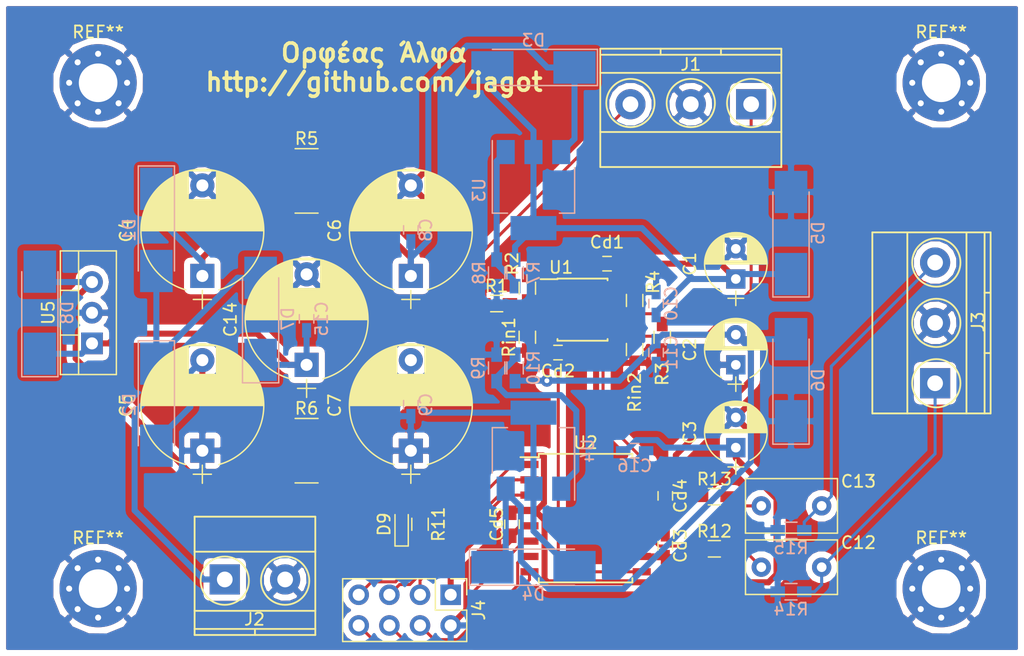
<source format=kicad_pcb>
(kicad_pcb (version 20170123) (host pcbnew "(2017-08-12 revision 0e41632)-master")
  (title_block (title "Ορφέας Άλφα") (date 2017-09-16) (rev 1))
  (layers (0 F.Cu signal) (31 B.Cu signal) (34 B.Paste user) (35 F.Paste user) (36 B.SilkS user) (37 F.SilkS user) (38 B.Mask user) (39 F.Mask user) (44 Edge.Cuts user))
  (net 0 "")
  (net 1 V+)
  (net 2 GNDA)
  (net 3 V-)
  (net 4 VD)
  (net 5 "Net-(C4-Pad1)")
  (net 6 "Net-(C5-Pad2)")
  (net 7 "Net-(C6-Pad1)")
  (net 8 "Net-(C7-Pad2)")
  (net 9 "Net-(C12-Pad2)")
  (net 10 Va_out)
  (net 11 Vb_out)
  (net 12 "Net-(C13-Pad2)")
  (net 13 "Net-(C14-Pad1)")
  (net 14 Vac1)
  (net 15 Vb_in)
  (net 16 Va_in)
  (net 17 Mute)
  (net 18 Zcen)
  (net 19 SDO)
  (net 20 CS)
  (net 21 CLK)
  (net 22 SDI)
  (net 23 "Net-(R1-Pad2)")
  (net 24 Va_buf)
  (net 25 "Net-(R3-Pad2)")
  (net 26 Vb_buf)
  (net 27 "Net-(R7-Pad2)")
  (net 28 "Net-(R10-Pad1)")
  (net 29 "Net-(R12-Pad1)")
  (net 30 "Net-(R13-Pad1)")
  (net 31 "Net-(D9-Pad2)")
  (module Mounting_Holes:MountingHole_3.2mm_M3_Pad_Via (layer F.Cu) (at 161.29 127)
    (fp_text reference REF** (at 0 -4.2) (layer F.SilkS))
    (fp_text value MountingHole_3.2mm_M3_Pad_Via)
    (pad "" thru_hole circle (at 1.697056 -1.697056) (size 0.6 0.6) (drill 0.5) (layers *.Cu *.Mask))
    (pad "" thru_hole circle (at 0 -2.4) (size 0.6 0.6) (drill 0.5) (layers *.Cu *.Mask))
    (pad "" thru_hole circle (at -1.697056 -1.697056) (size 0.6 0.6) (drill 0.5) (layers *.Cu *.Mask))
    (pad "" thru_hole circle (at -2.4 0) (size 0.6 0.6) (drill 0.5) (layers *.Cu *.Mask))
    (pad "" thru_hole circle (at -1.697056 1.697056) (size 0.6 0.6) (drill 0.5) (layers *.Cu *.Mask))
    (pad "" thru_hole circle (at 0 2.4) (size 0.6 0.6) (drill 0.5) (layers *.Cu *.Mask))
    (pad "" thru_hole circle (at 1.697056 1.697056) (size 0.6 0.6) (drill 0.5) (layers *.Cu *.Mask))
    (pad "" thru_hole circle (at 2.4 0) (size 0.6 0.6) (drill 0.5) (layers *.Cu *.Mask))
    (pad 4 thru_hole circle (at 0 0) (size 6.4 6.4) (drill 3.2) (layers *.Cu *.Mask) (net 2 GNDA))
  )
  (module Mounting_Holes:MountingHole_3.2mm_M3_Pad_Via (layer F.Cu) (at 161.29 85.09)
    (fp_text reference REF** (at 0 -4.2) (layer F.SilkS))
    (fp_text value MountingHole_3.2mm_M3_Pad_Via)
    (pad 2 thru_hole circle (at 0 0) (size 6.4 6.4) (drill 3.2) (layers *.Cu *.Mask) (net 2 GNDA))
    (pad "" thru_hole circle (at 2.4 0) (size 0.6 0.6) (drill 0.5) (layers *.Cu *.Mask))
    (pad "" thru_hole circle (at 1.697056 1.697056) (size 0.6 0.6) (drill 0.5) (layers *.Cu *.Mask))
    (pad "" thru_hole circle (at 0 2.4) (size 0.6 0.6) (drill 0.5) (layers *.Cu *.Mask))
    (pad "" thru_hole circle (at -1.697056 1.697056) (size 0.6 0.6) (drill 0.5) (layers *.Cu *.Mask))
    (pad "" thru_hole circle (at -2.4 0) (size 0.6 0.6) (drill 0.5) (layers *.Cu *.Mask))
    (pad "" thru_hole circle (at -1.697056 -1.697056) (size 0.6 0.6) (drill 0.5) (layers *.Cu *.Mask))
    (pad "" thru_hole circle (at 0 -2.4) (size 0.6 0.6) (drill 0.5) (layers *.Cu *.Mask))
    (pad "" thru_hole circle (at 1.697056 -1.697056) (size 0.6 0.6) (drill 0.5) (layers *.Cu *.Mask))
  )
  (module Mounting_Holes:MountingHole_3.2mm_M3_Pad_Via (layer F.Cu) (at 91.44 85.09)
    (fp_text reference REF** (at 0 -4.2) (layer F.SilkS))
    (fp_text value MountingHole_3.2mm_M3_Pad_Via)
    (pad "" thru_hole circle (at 1.697056 -1.697056) (size 0.6 0.6) (drill 0.5) (layers *.Cu *.Mask))
    (pad "" thru_hole circle (at 0 -2.4) (size 0.6 0.6) (drill 0.5) (layers *.Cu *.Mask))
    (pad "" thru_hole circle (at -1.697056 -1.697056) (size 0.6 0.6) (drill 0.5) (layers *.Cu *.Mask))
    (pad "" thru_hole circle (at -2.4 0) (size 0.6 0.6) (drill 0.5) (layers *.Cu *.Mask))
    (pad "" thru_hole circle (at -1.697056 1.697056) (size 0.6 0.6) (drill 0.5) (layers *.Cu *.Mask))
    (pad "" thru_hole circle (at 0 2.4) (size 0.6 0.6) (drill 0.5) (layers *.Cu *.Mask))
    (pad "" thru_hole circle (at 1.697056 1.697056) (size 0.6 0.6) (drill 0.5) (layers *.Cu *.Mask))
    (pad "" thru_hole circle (at 2.4 0) (size 0.6 0.6) (drill 0.5) (layers *.Cu *.Mask))
    (pad 1 thru_hole circle (at 0 0) (size 6.4 6.4) (drill 3.2) (layers *.Cu *.Mask) (net 2 GNDA))
  )
  (module Mounting_Holes:MountingHole_3.2mm_M3_Pad_Via (layer F.Cu) (at 91.44 127)
    (fp_text reference REF** (at 0 -4.2) (layer F.SilkS))
    (fp_text value MountingHole_3.2mm_M3_Pad_Via)
    (pad 3 thru_hole circle (at 0 0) (size 6.4 6.4) (drill 3.2) (layers *.Cu *.Mask) (net 2 GNDA))
    (pad "" thru_hole circle (at 2.4 0) (size 0.6 0.6) (drill 0.5) (layers *.Cu *.Mask))
    (pad "" thru_hole circle (at 1.697056 1.697056) (size 0.6 0.6) (drill 0.5) (layers *.Cu *.Mask))
    (pad "" thru_hole circle (at 0 2.4) (size 0.6 0.6) (drill 0.5) (layers *.Cu *.Mask))
    (pad "" thru_hole circle (at -1.697056 1.697056) (size 0.6 0.6) (drill 0.5) (layers *.Cu *.Mask))
    (pad "" thru_hole circle (at -2.4 0) (size 0.6 0.6) (drill 0.5) (layers *.Cu *.Mask))
    (pad "" thru_hole circle (at -1.697056 -1.697056) (size 0.6 0.6) (drill 0.5) (layers *.Cu *.Mask))
    (pad "" thru_hole circle (at 0 -2.4) (size 0.6 0.6) (drill 0.5) (layers *.Cu *.Mask))
    (pad "" thru_hole circle (at 1.697056 -1.697056) (size 0.6 0.6) (drill 0.5) (layers *.Cu *.Mask))
  )
  (module Capacitors_THT:CP_Radial_D5.0mm_P2.50mm (layer F.Cu) (at 144.272 101.346 90)
    (fp_text reference C1 (at 1.25 -3.81 90) (layer F.SilkS))
    (fp_text value 100u)
    (pad 1 thru_hole rect (at 0 0 90) (size 1.6 1.6) (drill 0.8) (layers *.Cu *.Mask) (net 1 V+))
    (pad 2 thru_hole circle (at 2.5 0 90) (size 1.6 1.6) (drill 0.8) (layers *.Cu *.Mask) (net 2 GNDA))
  )
  (module Capacitors_THT:CP_Radial_D5.0mm_P2.50mm (layer F.Cu) (at 144.272 108.458 90)
    (fp_text reference C2 (at 1.25 -3.81 90) (layer F.SilkS))
    (fp_text value 100u)
    (pad 2 thru_hole circle (at 2.5 0 90) (size 1.6 1.6) (drill 0.8) (layers *.Cu *.Mask) (net 3 V-))
    (pad 1 thru_hole rect (at 0 0 90) (size 1.6 1.6) (drill 0.8) (layers *.Cu *.Mask) (net 2 GNDA))
  )
  (module Capacitors_THT:CP_Radial_D5.0mm_P2.50mm (layer F.Cu) (at 144.272 115.316 90)
    (fp_text reference C3 (at 1.25 -3.81 90) (layer F.SilkS))
    (fp_text value 100u)
    (pad 2 thru_hole circle (at 2.5 0 90) (size 1.6 1.6) (drill 0.8) (layers *.Cu *.Mask) (net 2 GNDA))
    (pad 1 thru_hole rect (at 0 0 90) (size 1.6 1.6) (drill 0.8) (layers *.Cu *.Mask) (net 4 VD))
  )
  (module Capacitors_THT:CP_Radial_D10.0mm_P7.50mm (layer F.Cu) (at 100.076 101.092 90)
    (fp_text reference C4 (at 3.75 -6.31 90) (layer F.SilkS))
    (fp_text value 1m)
    (pad 2 thru_hole circle (at 7.5 0 90) (size 2 2) (drill 1) (layers *.Cu *.Mask) (net 2 GNDA))
    (pad 1 thru_hole rect (at 0 0 90) (size 2 2) (drill 1) (layers *.Cu *.Mask) (net 5 "Net-(C4-Pad1)"))
  )
  (module Capacitors_THT:CP_Radial_D10.0mm_P7.50mm (layer F.Cu) (at 100.076 115.57 90)
    (fp_text reference C5 (at 3.75 -6.31 90) (layer F.SilkS))
    (fp_text value 1m)
    (pad 2 thru_hole circle (at 7.5 0 90) (size 2 2) (drill 1) (layers *.Cu *.Mask) (net 6 "Net-(C5-Pad2)"))
    (pad 1 thru_hole rect (at 0 0 90) (size 2 2) (drill 1) (layers *.Cu *.Mask) (net 2 GNDA))
  )
  (module Capacitors_THT:CP_Radial_D10.0mm_P7.50mm (layer F.Cu) (at 117.348 101.092 90)
    (fp_text reference C6 (at 3.75 -6.31 90) (layer F.SilkS))
    (fp_text value 1m)
    (pad 1 thru_hole rect (at 0 0 90) (size 2 2) (drill 1) (layers *.Cu *.Mask) (net 7 "Net-(C6-Pad1)"))
    (pad 2 thru_hole circle (at 7.5 0 90) (size 2 2) (drill 1) (layers *.Cu *.Mask) (net 2 GNDA))
  )
  (module Capacitors_THT:CP_Radial_D10.0mm_P7.50mm (layer F.Cu) (at 117.348 115.57 90)
    (fp_text reference C7 (at 3.75 -6.31 90) (layer F.SilkS))
    (fp_text value 1m)
    (pad 1 thru_hole rect (at 0 0 90) (size 2 2) (drill 1) (layers *.Cu *.Mask) (net 2 GNDA))
    (pad 2 thru_hole circle (at 7.5 0 90) (size 2 2) (drill 1) (layers *.Cu *.Mask) (net 8 "Net-(C7-Pad2)"))
  )
  (module Capacitors_SMD:C_0603_HandSoldering (layer B.Cu) (at 117.348 97.282 90)
    (fp_text reference C8 (at 0 1.25 90) (layer B.SilkS) (effects (justify mirror)))
    (fp_text value 100n)
    (pad 2 smd rect (at 0.95 0 90) (size 1.2 0.75) (layers B.Cu B.Paste B.Mask) (net 2 GNDA))
    (pad 1 smd rect (at -0.95 0 90) (size 1.2 0.75) (layers B.Cu B.Paste B.Mask) (net 7 "Net-(C6-Pad1)"))
  )
  (module Capacitors_SMD:C_0603_HandSoldering (layer B.Cu) (at 117.348 111.76 90)
    (fp_text reference C9 (at 0 1.25 90) (layer B.SilkS) (effects (justify mirror)))
    (fp_text value 100n)
    (pad 1 smd rect (at -0.95 0 90) (size 1.2 0.75) (layers B.Cu B.Paste B.Mask) (net 2 GNDA))
    (pad 2 smd rect (at 0.95 0 90) (size 1.2 0.75) (layers B.Cu B.Paste B.Mask) (net 8 "Net-(C7-Pad2)"))
  )
  (module Capacitors_SMD:C_0603_HandSoldering (layer B.Cu) (at 137.668 103.378 90)
    (fp_text reference C10 (at 0 1.25 90) (layer B.SilkS) (effects (justify mirror)))
    (fp_text value 10u)
    (pad 2 smd rect (at 0.95 0 90) (size 1.2 0.75) (layers B.Cu B.Paste B.Mask) (net 2 GNDA))
    (pad 1 smd rect (at -0.95 0 90) (size 1.2 0.75) (layers B.Cu B.Paste B.Mask) (net 1 V+))
  )
  (module Capacitors_SMD:C_0603_HandSoldering (layer B.Cu) (at 137.668 107.442 90)
    (fp_text reference C11 (at 0 1.25 90) (layer B.SilkS) (effects (justify mirror)))
    (fp_text value 10u)
    (pad 1 smd rect (at -0.95 0 90) (size 1.2 0.75) (layers B.Cu B.Paste B.Mask) (net 2 GNDA))
    (pad 2 smd rect (at 0.95 0 90) (size 1.2 0.75) (layers B.Cu B.Paste B.Mask) (net 3 V-))
  )
  (module Capacitors_THT:C_Disc_D7.5mm_W4.4mm_P5.00mm (layer F.Cu) (at 151.384 125.222 180)
    (fp_text reference C12 (at -3.048 2.032 180) (layer F.SilkS))
    (fp_text value 2.2u)
    (pad 2 thru_hole circle (at 5 0 180) (size 1.6 1.6) (drill 0.8) (layers *.Cu *.Mask) (net 9 "Net-(C12-Pad2)"))
    (pad 1 thru_hole circle (at 0 0 180) (size 1.6 1.6) (drill 0.8) (layers *.Cu *.Mask) (net 10 Va_out))
  )
  (module Capacitors_THT:C_Disc_D7.5mm_W4.4mm_P5.00mm (layer F.Cu) (at 151.384 120.142 180)
    (fp_text reference C13 (at -3.048 2.032 180) (layer F.SilkS))
    (fp_text value 2.2u)
    (pad 1 thru_hole circle (at 0 0 180) (size 1.6 1.6) (drill 0.8) (layers *.Cu *.Mask) (net 11 Vb_out))
    (pad 2 thru_hole circle (at 5 0 180) (size 1.6 1.6) (drill 0.8) (layers *.Cu *.Mask) (net 12 "Net-(C13-Pad2)"))
  )
  (module Capacitors_THT:CP_Radial_D10.0mm_P7.50mm (layer F.Cu) (at 108.712 108.458 90)
    (fp_text reference C14 (at 3.75 -6.31 90) (layer F.SilkS))
    (fp_text value 470u)
    (pad 2 thru_hole circle (at 7.5 0 90) (size 2 2) (drill 1) (layers *.Cu *.Mask) (net 2 GNDA))
    (pad 1 thru_hole rect (at 0 0 90) (size 2 2) (drill 1) (layers *.Cu *.Mask) (net 13 "Net-(C14-Pad1)"))
  )
  (module Capacitors_SMD:C_0603_HandSoldering (layer B.Cu) (at 108.712 104.648 90)
    (fp_text reference C15 (at 0 1.25 90) (layer B.SilkS) (effects (justify mirror)))
    (fp_text value 100n)
    (pad 2 smd rect (at 0.95 0 90) (size 1.2 0.75) (layers B.Cu B.Paste B.Mask) (net 2 GNDA))
    (pad 1 smd rect (at -0.95 0 90) (size 1.2 0.75) (layers B.Cu B.Paste B.Mask) (net 13 "Net-(C14-Pad1)"))
  )
  (module Capacitors_SMD:C_0603_HandSoldering (layer B.Cu) (at 135.89 115.57)
    (fp_text reference C16 (at 0 1.25) (layer B.SilkS) (effects (justify mirror)))
    (fp_text value 100n)
    (pad 1 smd rect (at -0.95 0) (size 1.2 0.75) (layers B.Cu B.Paste B.Mask) (net 4 VD))
    (pad 2 smd rect (at 0.95 0) (size 1.2 0.75) (layers B.Cu B.Paste B.Mask) (net 2 GNDA))
  )
  (module Capacitors_SMD:C_0603_HandSoldering (layer F.Cu) (at 133.604 100.076 180)
    (fp_text reference Cd1 (at 0 1.778 180) (layer F.SilkS))
    (fp_text value 10n)
    (pad 2 smd rect (at 0.95 0 180) (size 1.2 0.75) (layers F.Cu F.Paste F.Mask) (net 2 GNDA))
    (pad 1 smd rect (at -0.95 0 180) (size 1.2 0.75) (layers F.Cu F.Paste F.Mask) (net 1 V+))
  )
  (module Capacitors_SMD:C_0603_HandSoldering (layer F.Cu) (at 129.54 107.442 180)
    (fp_text reference Cd2 (at 0 -1.524 180) (layer F.SilkS))
    (fp_text value 10n)
    (pad 1 smd rect (at -0.95 0 180) (size 1.2 0.75) (layers F.Cu F.Paste F.Mask) (net 2 GNDA))
    (pad 2 smd rect (at 0.95 0 180) (size 1.2 0.75) (layers F.Cu F.Paste F.Mask) (net 3 V-))
  )
  (module Capacitors_SMD:C_0603_HandSoldering (layer F.Cu) (at 138.43 123.444 270)
    (fp_text reference Cd3 (at 0 -1.25 270) (layer F.SilkS))
    (fp_text value 10n)
    (pad 2 smd rect (at 0.95 0 270) (size 1.2 0.75) (layers F.Cu F.Paste F.Mask) (net 2 GNDA))
    (pad 1 smd rect (at -0.95 0 270) (size 1.2 0.75) (layers F.Cu F.Paste F.Mask) (net 1 V+))
  )
  (module Capacitors_SMD:C_0603_HandSoldering (layer F.Cu) (at 138.43 119.314 270)
    (fp_text reference Cd4 (at 0 -1.25 270) (layer F.SilkS))
    (fp_text value 10n)
    (pad 1 smd rect (at -0.95 0 270) (size 1.2 0.75) (layers F.Cu F.Paste F.Mask) (net 2 GNDA))
    (pad 2 smd rect (at 0.95 0 270) (size 1.2 0.75) (layers F.Cu F.Paste F.Mask) (net 3 V-))
  )
  (module Capacitors_SMD:C_0603_HandSoldering (layer F.Cu) (at 125.73 121.666 270)
    (fp_text reference Cd5 (at 0 1.27 270) (layer F.SilkS))
    (fp_text value 10n)
    (pad 2 smd rect (at 0.95 0 270) (size 1.2 0.75) (layers F.Cu F.Paste F.Mask) (net 2 GNDA))
    (pad 1 smd rect (at -0.95 0 270) (size 1.2 0.75) (layers F.Cu F.Paste F.Mask) (net 4 VD))
  )
  (module Diodes_SMD:D_MELF_Handsoldering (layer B.Cu) (at 96.266 97.282 270)
    (fp_text reference D1 (at 0 2.25 270) (layer B.SilkS) (effects (justify mirror)))
    (fp_text value LL4004G)
    (pad 2 smd rect (at 3.4 0 270) (size 3.5 2.7) (layers B.Cu B.Paste B.Mask) (net 14 Vac1))
    (pad 1 smd rect (at -3.4 0 270) (size 3.5 2.7) (layers B.Cu B.Paste B.Mask) (net 5 "Net-(C4-Pad1)"))
  )
  (module Diodes_SMD:D_MELF_Handsoldering (layer B.Cu) (at 96.266 111.76 270)
    (fp_text reference D2 (at 0 2.25 270) (layer B.SilkS) (effects (justify mirror)))
    (fp_text value LL4004G)
    (pad 2 smd rect (at 3.4 0 270) (size 3.5 2.7) (layers B.Cu B.Paste B.Mask) (net 6 "Net-(C5-Pad2)"))
    (pad 1 smd rect (at -3.4 0 270) (size 3.5 2.7) (layers B.Cu B.Paste B.Mask) (net 14 Vac1))
  )
  (module Diodes_SMD:D_MELF_Handsoldering (layer B.Cu) (at 127.508 83.82 180)
    (fp_text reference D3 (at 0 2.25 180) (layer B.SilkS) (effects (justify mirror)))
    (fp_text value LL4004G)
    (pad 1 smd rect (at -3.4 0 180) (size 3.5 2.7) (layers B.Cu B.Paste B.Mask) (net 7 "Net-(C6-Pad1)"))
    (pad 2 smd rect (at 3.4 0 180) (size 3.5 2.7) (layers B.Cu B.Paste B.Mask) (net 1 V+))
  )
  (module Diodes_SMD:D_MELF_Handsoldering (layer B.Cu) (at 127.508 125.222)
    (fp_text reference D4 (at 0 2.25) (layer B.SilkS) (effects (justify mirror)))
    (fp_text value LL4004G)
    (pad 1 smd rect (at -3.4 0) (size 3.5 2.7) (layers B.Cu B.Paste B.Mask) (net 3 V-))
    (pad 2 smd rect (at 3.4 0) (size 3.5 2.7) (layers B.Cu B.Paste B.Mask) (net 8 "Net-(C7-Pad2)"))
  )
  (module Diodes_SMD:D_MELF_Handsoldering (layer B.Cu) (at 148.844 97.536 90)
    (fp_text reference D5 (at 0 2.25 90) (layer B.SilkS) (effects (justify mirror)))
    (fp_text value LL4004G)
    (pad 1 smd rect (at -3.4 0 90) (size 3.5 2.7) (layers B.Cu B.Paste B.Mask) (net 1 V+))
    (pad 2 smd rect (at 3.4 0 90) (size 3.5 2.7) (layers B.Cu B.Paste B.Mask) (net 2 GNDA))
  )
  (module Diodes_SMD:D_MELF_Handsoldering (layer B.Cu) (at 148.844 109.728 90)
    (fp_text reference D6 (at 0 2.25 90) (layer B.SilkS) (effects (justify mirror)))
    (fp_text value LL4004G)
    (pad 2 smd rect (at 3.4 0 90) (size 3.5 2.7) (layers B.Cu B.Paste B.Mask) (net 3 V-))
    (pad 1 smd rect (at -3.4 0 90) (size 3.5 2.7) (layers B.Cu B.Paste B.Mask) (net 2 GNDA))
  )
  (module Diodes_SMD:D_MELF_Handsoldering (layer B.Cu) (at 104.902 104.648 90)
    (fp_text reference D7 (at 0 2.25 90) (layer B.SilkS) (effects (justify mirror)))
    (fp_text value LL4004G)
    (pad 2 smd rect (at 3.4 0 90) (size 3.5 2.7) (layers B.Cu B.Paste B.Mask) (net 14 Vac1))
    (pad 1 smd rect (at -3.4 0 90) (size 3.5 2.7) (layers B.Cu B.Paste B.Mask) (net 13 "Net-(C14-Pad1)"))
  )
  (module Diodes_SMD:D_MELF_Handsoldering (layer B.Cu) (at 86.614 104.14 90)
    (fp_text reference D8 (at 0 2.25 90) (layer B.SilkS) (effects (justify mirror)))
    (fp_text value LL4004G)
    (pad 1 smd rect (at -3.4 0 90) (size 3.5 2.7) (layers B.Cu B.Paste B.Mask) (net 13 "Net-(C14-Pad1)"))
    (pad 2 smd rect (at 3.4 0 90) (size 3.5 2.7) (layers B.Cu B.Paste B.Mask) (net 4 VD))
  )
  (module LEDs:LED_0603_HandSoldering (layer F.Cu) (at 116.586 121.666 90)
    (fp_text reference D9 (at 0 -1.45 90) (layer F.SilkS))
    (fp_text value LED)
    (pad 2 smd rect (at 1.1 0 90) (size 1.2 0.9) (layers F.Cu F.Paste F.Mask) (net 31 "Net-(D9-Pad2)"))
    (pad 1 smd rect (at -1.1 0 90) (size 1.2 0.9) (layers F.Cu F.Paste F.Mask) (net 2 GNDA))
  )
  (module Connectors_Terminal_Blocks:TerminalBlock_Pheonix_MKDS1.5-3pol (layer F.Cu) (at 145.542 86.868 180)
    (fp_text reference J1 (at 5 3.302 180) (layer F.SilkS))
    (fp_text value "Signal in")
    (pad 3 thru_hole circle (at 10 0 180) (size 2.5 2.5) (drill 1.3) (layers *.Cu *.Mask) (net 16 Va_in))
    (pad 1 thru_hole rect (at 0 0 180) (size 2.5 2.5) (drill 1.3) (layers *.Cu *.Mask) (net 15 Vb_in))
    (pad 2 thru_hole circle (at 5 0 180) (size 2.5 2.5) (drill 1.3) (layers *.Cu *.Mask) (net 2 GNDA))
  )
  (module Connectors_Terminal_Blocks:TerminalBlock_Pheonix_MKDS1.5-2pol (layer F.Cu) (at 101.934 126.238)
    (fp_text reference J2 (at 2.46 3.302) (layer F.SilkS))
    (fp_text value "AC in")
    (pad 2 thru_hole circle (at 5 0) (size 2.5 2.5) (drill 1.3) (layers *.Cu *.Mask) (net 2 GNDA))
    (pad 1 thru_hole rect (at 0 0) (size 2.5 2.5) (drill 1.3) (layers *.Cu *.Mask) (net 14 Vac1))
  )
  (module Connectors_Terminal_Blocks:TerminalBlock_Pheonix_MKDS1.5-3pol (layer F.Cu) (at 160.782 109.982 90)
    (fp_text reference J3 (at 5.08 3.556 90) (layer F.SilkS))
    (fp_text value "Signal out")
    (pad 2 thru_hole circle (at 5 0 90) (size 2.5 2.5) (drill 1.3) (layers *.Cu *.Mask) (net 2 GNDA))
    (pad 1 thru_hole rect (at 0 0 90) (size 2.5 2.5) (drill 1.3) (layers *.Cu *.Mask) (net 10 Va_out))
    (pad 3 thru_hole circle (at 10 0 90) (size 2.5 2.5) (drill 1.3) (layers *.Cu *.Mask) (net 11 Vb_out))
  )
  (module Resistors_SMD:R_0603_HandSoldering (layer F.Cu) (at 124.46 103.378)
    (fp_text reference R1 (at 0 -1.45) (layer F.SilkS))
    (fp_text value 1k)
    (pad 2 smd rect (at 1.1 0) (size 1.2 0.9) (layers F.Cu F.Paste F.Mask) (net 23 "Net-(R1-Pad2)"))
    (pad 1 smd rect (at -1.1 0) (size 1.2 0.9) (layers F.Cu F.Paste F.Mask) (net 2 GNDA))
  )
  (module Resistors_SMD:R_0603_HandSoldering (layer F.Cu) (at 127 102.108 90)
    (fp_text reference R2 (at 2.032 -1.27 90) (layer F.SilkS))
    (fp_text value 1k)
    (pad 1 smd rect (at -1.1 0 90) (size 1.2 0.9) (layers F.Cu F.Paste F.Mask) (net 23 "Net-(R1-Pad2)"))
    (pad 2 smd rect (at 1.1 0 90) (size 1.2 0.9) (layers F.Cu F.Paste F.Mask) (net 24 Va_buf))
  )
  (module Resistors_SMD:R_0603_HandSoldering (layer F.Cu) (at 138.176 106.172 90)
    (fp_text reference R3 (at -3.048 0 90) (layer F.SilkS))
    (fp_text value 1k)
    (pad 2 smd rect (at 1.1 0 90) (size 1.2 0.9) (layers F.Cu F.Paste F.Mask) (net 25 "Net-(R3-Pad2)"))
    (pad 1 smd rect (at -1.1 0 90) (size 1.2 0.9) (layers F.Cu F.Paste F.Mask) (net 2 GNDA))
  )
  (module Resistors_SMD:R_0603_HandSoldering (layer F.Cu) (at 135.89 103.124 90)
    (fp_text reference R4 (at 1.524 1.524 90) (layer F.SilkS))
    (fp_text value 1k)
    (pad 1 smd rect (at -1.1 0 90) (size 1.2 0.9) (layers F.Cu F.Paste F.Mask) (net 25 "Net-(R3-Pad2)"))
    (pad 2 smd rect (at 1.1 0 90) (size 1.2 0.9) (layers F.Cu F.Paste F.Mask) (net 26 Vb_buf))
  )
  (module Resistors_SMD:R_0603_HandSoldering (layer B.Cu) (at 125.984 100.838 270)
    (fp_text reference R7 (at 0 -1.524 270) (layer B.SilkS) (effects (justify mirror)))
    (fp_text value 910)
    (pad 2 smd rect (at 1.1 0 270) (size 1.2 0.9) (layers B.Cu B.Paste B.Mask) (net 27 "Net-(R7-Pad2)"))
    (pad 1 smd rect (at -1.1 0 270) (size 1.2 0.9) (layers B.Cu B.Paste B.Mask) (net 1 V+))
  )
  (module Resistors_SMD:R_0603_HandSoldering (layer B.Cu) (at 124.46 100.838 270)
    (fp_text reference R8 (at 0 1.45 270) (layer B.SilkS) (effects (justify mirror)))
    (fp_text value 2k7)
    (pad 2 smd rect (at 1.1 0 270) (size 1.2 0.9) (layers B.Cu B.Paste B.Mask) (net 2 GNDA))
    (pad 1 smd rect (at -1.1 0 270) (size 1.2 0.9) (layers B.Cu B.Paste B.Mask) (net 27 "Net-(R7-Pad2)"))
  )
  (module Resistors_SMD:R_0603_HandSoldering (layer B.Cu) (at 124.46 108.712 270)
    (fp_text reference R9 (at 0 1.524 270) (layer B.SilkS) (effects (justify mirror)))
    (fp_text value 2k7)
    (pad 2 smd rect (at 1.1 0 270) (size 1.2 0.9) (layers B.Cu B.Paste B.Mask) (net 28 "Net-(R10-Pad1)"))
    (pad 1 smd rect (at -1.1 0 270) (size 1.2 0.9) (layers B.Cu B.Paste B.Mask) (net 2 GNDA))
  )
  (module Resistors_SMD:R_0603_HandSoldering (layer B.Cu) (at 125.984 108.712 270)
    (fp_text reference R10 (at 0 -1.524 270) (layer B.SilkS) (effects (justify mirror)))
    (fp_text value 910)
    (pad 1 smd rect (at -1.1 0 270) (size 1.2 0.9) (layers B.Cu B.Paste B.Mask) (net 28 "Net-(R10-Pad1)"))
    (pad 2 smd rect (at 1.1 0 270) (size 1.2 0.9) (layers B.Cu B.Paste B.Mask) (net 3 V-))
  )
  (module Resistors_SMD:R_0603_HandSoldering (layer F.Cu) (at 118.11 121.666 90)
    (fp_text reference R11 (at 0 1.524 90) (layer F.SilkS))
    (fp_text value 100)
    (pad 1 smd rect (at -1.1 0 90) (size 1.2 0.9) (layers F.Cu F.Paste F.Mask) (net 4 VD))
    (pad 2 smd rect (at 1.1 0 90) (size 1.2 0.9) (layers F.Cu F.Paste F.Mask) (net 31 "Net-(D9-Pad2)"))
  )
  (module Resistors_SMD:R_0603_HandSoldering (layer F.Cu) (at 142.494 123.698)
    (fp_text reference R12 (at 0 -1.45) (layer F.SilkS))
    (fp_text value 300)
    (pad 2 smd rect (at 1.1 0) (size 1.2 0.9) (layers F.Cu F.Paste F.Mask) (net 9 "Net-(C12-Pad2)"))
    (pad 1 smd rect (at -1.1 0) (size 1.2 0.9) (layers F.Cu F.Paste F.Mask) (net 29 "Net-(R12-Pad1)"))
  )
  (module Resistors_SMD:R_0603_HandSoldering (layer F.Cu) (at 142.494 119.38)
    (fp_text reference R13 (at 0 -1.45) (layer F.SilkS))
    (fp_text value 300)
    (pad 1 smd rect (at -1.1 0) (size 1.2 0.9) (layers F.Cu F.Paste F.Mask) (net 30 "Net-(R13-Pad1)"))
    (pad 2 smd rect (at 1.1 0) (size 1.2 0.9) (layers F.Cu F.Paste F.Mask) (net 12 "Net-(C13-Pad2)"))
  )
  (module Resistors_SMD:R_0603_HandSoldering (layer B.Cu) (at 148.844 127.254)
    (fp_text reference R14 (at 0 1.45) (layer B.SilkS) (effects (justify mirror)))
    (fp_text value 100k)
    (pad 2 smd rect (at 1.1 0) (size 1.2 0.9) (layers B.Cu B.Paste B.Mask) (net 10 Va_out))
    (pad 1 smd rect (at -1.1 0) (size 1.2 0.9) (layers B.Cu B.Paste B.Mask) (net 2 GNDA))
  )
  (module Resistors_SMD:R_0603_HandSoldering (layer B.Cu) (at 148.844 122.174)
    (fp_text reference R15 (at 0 1.45) (layer B.SilkS) (effects (justify mirror)))
    (fp_text value 100k)
    (pad 2 smd rect (at 1.1 0) (size 1.2 0.9) (layers B.Cu B.Paste B.Mask) (net 11 Vb_out))
    (pad 1 smd rect (at -1.1 0) (size 1.2 0.9) (layers B.Cu B.Paste B.Mask) (net 2 GNDA))
  )
  (module Resistors_SMD:R_0603_HandSoldering (layer F.Cu) (at 127 106.172 270)
    (fp_text reference Rin1 (at 0 1.524 270) (layer F.SilkS))
    (fp_text value 56k)
    (pad 1 smd rect (at -1.1 0 270) (size 1.2 0.9) (layers F.Cu F.Paste F.Mask) (net 16 Va_in))
    (pad 2 smd rect (at 1.1 0 270) (size 1.2 0.9) (layers F.Cu F.Paste F.Mask) (net 2 GNDA))
  )
  (module Resistors_SMD:R_0603_HandSoldering (layer F.Cu) (at 135.89 107.188 270)
    (fp_text reference Rin2 (at 3.556 0 270) (layer F.SilkS))
    (fp_text value 56k)
    (pad 1 smd rect (at -1.1 0 270) (size 1.2 0.9) (layers F.Cu F.Paste F.Mask) (net 15 Vb_in))
    (pad 2 smd rect (at 1.1 0 270) (size 1.2 0.9) (layers F.Cu F.Paste F.Mask) (net 2 GNDA))
  )
  (module Housings_SOIC:SOIC-8_3.9x4.9mm_Pitch1.27mm (layer F.Cu) (at 131.572 103.886)
    (fp_text reference U1 (at -1.778 -3.5) (layer F.SilkS))
    (fp_text value OPA2134)
    (pad 8 smd rect (at 2.7 -1.905) (size 1.55 0.6) (layers F.Cu F.Paste F.Mask) (net 1 V+))
    (pad 7 smd rect (at 2.7 -0.635) (size 1.55 0.6) (layers F.Cu F.Paste F.Mask) (net 26 Vb_buf))
    (pad 6 smd rect (at 2.7 0.635) (size 1.55 0.6) (layers F.Cu F.Paste F.Mask) (net 25 "Net-(R3-Pad2)"))
    (pad 5 smd rect (at 2.7 1.905) (size 1.55 0.6) (layers F.Cu F.Paste F.Mask) (net 15 Vb_in))
    (pad 4 smd rect (at -2.7 1.905) (size 1.55 0.6) (layers F.Cu F.Paste F.Mask) (net 3 V-))
    (pad 3 smd rect (at -2.7 0.635) (size 1.55 0.6) (layers F.Cu F.Paste F.Mask) (net 16 Va_in))
    (pad 2 smd rect (at -2.7 -0.635) (size 1.55 0.6) (layers F.Cu F.Paste F.Mask) (net 23 "Net-(R1-Pad2)"))
    (pad 1 smd rect (at -2.7 -1.905) (size 1.55 0.6) (layers F.Cu F.Paste F.Mask) (net 24 Va_buf))
  )
  (module Housings_SOIC:SOIC-16W_7.5x10.3mm_Pitch1.27mm (layer F.Cu) (at 131.826 121.158)
    (fp_text reference U2 (at 0 -6.25) (layer F.SilkS))
    (fp_text value PGA2311)
    (pad 16 smd rect (at 4.65 -4.445) (size 1.5 0.6) (layers F.Cu F.Paste F.Mask) (net 26 Vb_buf))
    (pad 15 smd rect (at 4.65 -3.175) (size 1.5 0.6) (layers F.Cu F.Paste F.Mask) (net 2 GNDA))
    (pad 14 smd rect (at 4.65 -1.905) (size 1.5 0.6) (layers F.Cu F.Paste F.Mask) (net 30 "Net-(R13-Pad1)"))
    (pad 13 smd rect (at 4.65 -0.635) (size 1.5 0.6) (layers F.Cu F.Paste F.Mask) (net 3 V-))
    (pad 12 smd rect (at 4.65 0.635) (size 1.5 0.6) (layers F.Cu F.Paste F.Mask) (net 1 V+))
    (pad 11 smd rect (at 4.65 1.905) (size 1.5 0.6) (layers F.Cu F.Paste F.Mask) (net 29 "Net-(R12-Pad1)"))
    (pad 10 smd rect (at 4.65 3.175) (size 1.5 0.6) (layers F.Cu F.Paste F.Mask) (net 2 GNDA))
    (pad 9 smd rect (at 4.65 4.445) (size 1.5 0.6) (layers F.Cu F.Paste F.Mask) (net 24 Va_buf))
    (pad 8 smd rect (at -4.65 4.445) (size 1.5 0.6) (layers F.Cu F.Paste F.Mask) (net 17 Mute))
    (pad 7 smd rect (at -4.65 3.175) (size 1.5 0.6) (layers F.Cu F.Paste F.Mask) (net 19 SDO))
    (pad 6 smd rect (at -4.65 1.905) (size 1.5 0.6) (layers F.Cu F.Paste F.Mask) (net 21 CLK))
    (pad 5 smd rect (at -4.65 0.635) (size 1.5 0.6) (layers F.Cu F.Paste F.Mask) (net 2 GNDA))
    (pad 4 smd rect (at -4.65 -0.635) (size 1.5 0.6) (layers F.Cu F.Paste F.Mask) (net 4 VD))
    (pad 3 smd rect (at -4.65 -1.905) (size 1.5 0.6) (layers F.Cu F.Paste F.Mask) (net 22 SDI))
    (pad 2 smd rect (at -4.65 -3.175) (size 1.5 0.6) (layers F.Cu F.Paste F.Mask) (net 20 CS))
    (pad 1 smd rect (at -4.65 -4.445) (size 1.5 0.6) (layers F.Cu F.Paste F.Mask) (net 18 Zcen))
  )
  (module TO_SOT_Packages_SMD:SOT-223-3Lead_TabPin2 (layer B.Cu) (at 127.508 93.98 270)
    (fp_text reference U3 (at 0 4.5 270) (layer B.SilkS) (effects (justify mirror)))
    (fp_text value LM317_3PinPackage)
    (pad 2 smd rect (at 3.15 0 270) (size 2 3.8) (layers B.Cu B.Paste B.Mask) (net 1 V+))
    (pad 2 smd rect (at -3.15 0 270) (size 2 1.5) (layers B.Cu B.Paste B.Mask) (net 1 V+))
    (pad 3 smd rect (at -3.15 -2.3 270) (size 2 1.5) (layers B.Cu B.Paste B.Mask) (net 7 "Net-(C6-Pad1)"))
    (pad 1 smd rect (at -3.15 2.3 270) (size 2 1.5) (layers B.Cu B.Paste B.Mask) (net 27 "Net-(R7-Pad2)"))
  )
  (module TO_SOT_Packages_SMD:SOT-223-3Lead_TabPin2 (layer B.Cu) (at 127.508 115.57 90)
    (fp_text reference U4 (at 0 4.5 90) (layer B.SilkS) (effects (justify mirror)))
    (fp_text value LM337_SOT223)
    (pad 1 smd rect (at -3.15 2.3 90) (size 2 1.5) (layers B.Cu B.Paste B.Mask) (net 28 "Net-(R10-Pad1)"))
    (pad 3 smd rect (at -3.15 -2.3 90) (size 2 1.5) (layers B.Cu B.Paste B.Mask) (net 3 V-))
    (pad 2 smd rect (at -3.15 0 90) (size 2 1.5) (layers B.Cu B.Paste B.Mask) (net 8 "Net-(C7-Pad2)"))
    (pad 2 smd rect (at 3.15 0 90) (size 2 3.8) (layers B.Cu B.Paste B.Mask) (net 8 "Net-(C7-Pad2)"))
  )
  (module TO_SOT_Packages_THT:TO-220_Vertical (layer F.Cu) (at 90.932 106.68 90)
    (fp_text reference U5 (at 2.54 -3.62 90) (layer F.SilkS))
    (fp_text value LM7805_TO220)
    (pad 3 thru_hole oval (at 5.08 0 90) (size 1.8 1.8) (drill 1) (layers *.Cu *.Mask) (net 4 VD))
    (pad 2 thru_hole oval (at 2.54 0 90) (size 1.8 1.8) (drill 1) (layers *.Cu *.Mask) (net 2 GNDA))
    (pad 1 thru_hole rect (at 0 0 90) (size 1.8 1.8) (drill 1) (layers *.Cu *.Mask) (net 13 "Net-(C14-Pad1)"))
  )
  (module Resistors_SMD:R_1218_HandSoldering (layer F.Cu) (at 108.712 93.218)
    (fp_text reference R5 (at 0 -3.5) (layer F.SilkS))
    (fp_text value 4.7)
    (pad 1 smd rect (at -1.95 0) (size 2 4.9) (layers F.Cu F.Paste F.Mask) (net 5 "Net-(C4-Pad1)"))
    (pad 2 smd rect (at 1.95 0) (size 2 4.9) (layers F.Cu F.Paste F.Mask) (net 7 "Net-(C6-Pad1)"))
  )
  (module Resistors_SMD:R_1218_HandSoldering (layer F.Cu) (at 108.712 115.57)
    (fp_text reference R6 (at 0 -3.5) (layer F.SilkS))
    (fp_text value 4.7)
    (pad 2 smd rect (at 1.95 0) (size 2 4.9) (layers F.Cu F.Paste F.Mask) (net 8 "Net-(C7-Pad2)"))
    (pad 1 smd rect (at -1.95 0) (size 2 4.9) (layers F.Cu F.Paste F.Mask) (net 6 "Net-(C5-Pad2)"))
  )
  (module Pin_Headers:Pin_Header_Straight_2x04_Pitch2.54mm (layer F.Cu) (at 120.65 127.508 270)
    (fp_text reference J4 (at 1.27 -2.33 270) (layer F.SilkS))
    (fp_text value uC)
    (pad 8 thru_hole oval (at 2.54 7.62 270) (size 1.7 1.7) (drill 1) (layers *.Cu *.Mask) (net 17 Mute))
    (pad 7 thru_hole oval (at 0 7.62 270) (size 1.7 1.7) (drill 1) (layers *.Cu *.Mask) (net 18 Zcen))
    (pad 6 thru_hole oval (at 2.54 5.08 270) (size 1.7 1.7) (drill 1) (layers *.Cu *.Mask) (net 19 SDO))
    (pad 5 thru_hole oval (at 0 5.08 270) (size 1.7 1.7) (drill 1) (layers *.Cu *.Mask) (net 20 CS))
    (pad 4 thru_hole oval (at 2.54 2.54 270) (size 1.7 1.7) (drill 1) (layers *.Cu *.Mask) (net 21 CLK))
    (pad 3 thru_hole oval (at 0 2.54 270) (size 1.7 1.7) (drill 1) (layers *.Cu *.Mask) (net 22 SDI))
    (pad 2 thru_hole oval (at 2.54 0 270) (size 1.7 1.7) (drill 1) (layers *.Cu *.Mask) (net 2 GNDA))
    (pad 1 thru_hole rect (at 0 0 270) (size 1.7 1.7) (drill 1) (layers *.Cu *.Mask) (net 4 VD))
  )
  (gr_line (start 168.148 132.588) (end 168.148 78.232) (layer Edge.Cuts) (width 0.001))
  (gr_line (start 83.312 132.588) (end 168.148 132.588) (layer Edge.Cuts) (width 0.001))
  (gr_line (start 83.312 78.232) (end 83.312 132.588) (layer Edge.Cuts) (width 0.001))
  (gr_line (start 168.148 78.232) (end 83.312 78.232) (layer Edge.Cuts) (width 0.001))
  (gr_text "Ορφέας Άλφα\nhttp://github.com/jagot" (at 114.3 83.82) (layer F.SilkS) (effects (font (size 1.5 1.5) (thickness 0.3))))
  (segment (start 138.43 122.494) (end 137.729 121.793) (width 0.5) (layer F.Cu) (net 1))
  (segment (start 137.729 121.793) (end 136.476 121.793) (width 0.5) (layer F.Cu) (net 1))
  (segment (start 134.272 101.981) (end 133.797 101.981) (width 0.5) (layer F.Cu) (net 1))
  (segment (start 133.797 101.981) (end 132.696989 103.081011) (width 0.5) (layer F.Cu) (net 1))
  (segment (start 132.696989 103.081011) (end 132.696989 119.263989) (width 0.5) (layer F.Cu) (net 1))
  (segment (start 132.696989 119.263989) (end 135.226 121.793) (width 0.5) (layer F.Cu) (net 1))
  (segment (start 135.226 121.793) (end 136.476 121.793) (width 0.5) (layer F.Cu) (net 1))
  (segment (start 125.984 99.738) (end 125.984 98.654) (width 0.5) (layer B.Cu) (net 1))
  (segment (start 125.984 98.654) (end 127.508 97.13) (width 0.5) (layer B.Cu) (net 1))
  (segment (start 138.487029 122.436971) (end 138.43 122.494) (width 0.5) (layer F.Cu) (net 1))
  (segment (start 148.844 100.936) (end 148.844 101.336) (width 0.5) (layer B.Cu) (net 1))
  (segment (start 134.554 100.076) (end 143.002 100.076) (width 0.5) (layer F.Cu) (net 1))
  (segment (start 143.002 100.076) (end 144.272 101.346) (width 0.5) (layer F.Cu) (net 1))
  (segment (start 134.272 101.981) (end 134.272 100.358) (width 0.5) (layer F.Cu) (net 1))
  (segment (start 134.272 100.358) (end 134.554 100.076) (width 0.5) (layer F.Cu) (net 1))
  (segment (start 144.272 101.346) (end 140.716 101.346) (width 0.5) (layer B.Cu) (net 1))
  (segment (start 140.716 101.346) (end 140.425 101.346) (width 0.5) (layer B.Cu) (net 1))
  (segment (start 127.508 97.13) (end 136.5 97.13) (width 0.5) (layer B.Cu) (net 1))
  (segment (start 136.5 97.13) (end 140.716 101.346) (width 0.5) (layer B.Cu) (net 1))
  (segment (start 127.508 90.83) (end 127.508 92.33) (width 0.5) (layer B.Cu) (net 1))
  (segment (start 127.508 92.33) (end 127.508 97.13) (width 0.5) (layer B.Cu) (net 1))
  (segment (start 124.108 83.82) (end 124.108 85.67) (width 0.5) (layer B.Cu) (net 1))
  (segment (start 124.108 85.67) (end 127.508 89.07) (width 0.5) (layer B.Cu) (net 1))
  (segment (start 127.508 89.07) (end 127.508 89.33) (width 0.5) (layer B.Cu) (net 1))
  (segment (start 127.508 89.33) (end 127.508 90.83) (width 0.5) (layer B.Cu) (net 1))
  (segment (start 140.425 101.346) (end 137.668 104.103) (width 0.5) (layer B.Cu) (net 1))
  (segment (start 137.668 104.103) (end 137.668 104.328) (width 0.5) (layer B.Cu) (net 1))
  (segment (start 148.844 100.936) (end 144.682 100.936) (width 0.5) (layer B.Cu) (net 1))
  (segment (start 144.682 100.936) (end 144.272 101.346) (width 0.5) (layer B.Cu) (net 1))
  (segment (start 120.65 130.048) (end 121.950001 128.747999) (width 0.5) (layer F.Cu) (net 2))
  (segment (start 121.950001 128.747999) (end 121.950001 126.620999) (width 0.5) (layer F.Cu) (net 2))
  (segment (start 121.950001 126.620999) (end 125.73 122.841) (width 0.5) (layer F.Cu) (net 2))
  (segment (start 125.73 122.841) (end 125.73 122.616) (width 0.5) (layer F.Cu) (net 2))
  (segment (start 138.43 118.364) (end 138.43 107.526) (width 0.5) (layer F.Cu) (net 2))
  (segment (start 138.43 107.526) (end 138.176 107.272) (width 0.5) (layer F.Cu) (net 2))
  (segment (start 135.965 116.445) (end 136.84 115.57) (width 0.5) (layer B.Cu) (net 2))
  (segment (start 134.029998 116.445) (end 135.965 116.445) (width 0.5) (layer B.Cu) (net 2))
  (segment (start 125.73 122.616) (end 126.553 121.793) (width 0.5) (layer F.Cu) (net 2))
  (segment (start 126.553 121.793) (end 127.176 121.793) (width 0.5) (layer F.Cu) (net 2))
  (segment (start 136.476 117.983) (end 138.049 117.983) (width 0.5) (layer F.Cu) (net 2))
  (segment (start 138.049 117.983) (end 138.43 118.364) (width 0.5) (layer F.Cu) (net 2))
  (segment (start 136.82 111.252) (end 136.67 111.252) (width 0.5) (layer B.Cu) (net 2))
  (segment (start 136.67 111.252) (end 133.889999 114.032001) (width 0.5) (layer B.Cu) (net 2))
  (segment (start 133.889999 114.032001) (end 133.889999 116.305001) (width 0.5) (layer B.Cu) (net 2))
  (segment (start 133.889999 116.305001) (end 134.029998 116.445) (width 0.5) (layer B.Cu) (net 2))
  (segment (start 136.82 111.252) (end 136.82 109.24) (width 0.5) (layer B.Cu) (net 2))
  (segment (start 136.82 109.24) (end 137.668 108.392) (width 0.5) (layer B.Cu) (net 2))
  (segment (start 144.272 105.958) (end 145.522001 107.208001) (width 0.5) (layer F.Cu) (net 3))
  (segment (start 145.522001 107.208001) (end 145.522001 109.715997) (width 0.5) (layer F.Cu) (net 3))
  (segment (start 145.522001 109.715997) (end 139.305 115.932998) (width 0.5) (layer F.Cu) (net 3))
  (segment (start 139.305 115.932998) (end 139.305 119.164) (width 0.5) (layer F.Cu) (net 3))
  (segment (start 139.305 119.164) (end 138.43 120.039) (width 0.5) (layer F.Cu) (net 3))
  (segment (start 138.43 120.039) (end 138.43 120.264) (width 0.5) (layer F.Cu) (net 3))
  (segment (start 128.619856 109.77071) (end 134.61429 109.77071) (width 0.5) (layer B.Cu) (net 3))
  (segment (start 134.61429 109.77071) (end 137.668 106.717) (width 0.5) (layer B.Cu) (net 3))
  (segment (start 137.668 106.717) (end 137.668 106.492) (width 0.5) (layer B.Cu) (net 3))
  (segment (start 128.619856 109.77071) (end 126.02529 109.77071) (width 0.5) (layer B.Cu) (net 3))
  (segment (start 126.02529 109.77071) (end 125.984 109.812) (width 0.5) (layer B.Cu) (net 3))
  (segment (start 128.59 107.442) (end 128.59 109.740854) (width 0.5) (layer F.Cu) (net 3))
  (segment (start 128.59 109.740854) (end 128.619856 109.77071) (width 0.5) (layer F.Cu) (net 3))
  (via (at 128.619856 109.77071) (size 1) (drill 0.4) (layers F.Cu B.Cu) (net 3))
  (segment (start 129.027413 105.946413) (end 128.872 105.791) (width 0.5) (layer F.Cu) (net 3))
  (segment (start 128.872 105.791) (end 128.872 107.16) (width 0.5) (layer F.Cu) (net 3))
  (segment (start 128.872 107.16) (end 128.59 107.442) (width 0.5) (layer F.Cu) (net 3))
  (segment (start 136.476 120.523) (end 138.171 120.523) (width 0.5) (layer F.Cu) (net 3))
  (segment (start 138.171 120.523) (end 138.43 120.264) (width 0.5) (layer F.Cu) (net 3))
  (segment (start 125.208 118.72) (end 125.208 118.97) (width 0.5) (layer B.Cu) (net 3))
  (segment (start 126.458 124.682002) (end 128.797999 127.022001) (width 0.5) (layer B.Cu) (net 3))
  (segment (start 125.208 118.97) (end 126.458 120.22) (width 0.5) (layer B.Cu) (net 3))
  (segment (start 126.458 120.22) (end 126.458 124.682002) (width 0.5) (layer B.Cu) (net 3))
  (segment (start 128.797999 127.022001) (end 134.976001 127.022001) (width 0.5) (layer B.Cu) (net 3))
  (segment (start 134.976001 127.022001) (end 145.522001 116.476001) (width 0.5) (layer B.Cu) (net 3))
  (segment (start 145.522001 116.476001) (end 145.522001 107.208001) (width 0.5) (layer B.Cu) (net 3))
  (segment (start 145.522001 107.208001) (end 145.071999 106.757999) (width 0.5) (layer B.Cu) (net 3))
  (segment (start 145.071999 106.757999) (end 144.272 105.958) (width 0.5) (layer B.Cu) (net 3))
  (segment (start 125.208 118.72) (end 125.208 124.122) (width 0.5) (layer B.Cu) (net 3))
  (segment (start 125.208 124.122) (end 124.108 125.222) (width 0.5) (layer B.Cu) (net 3))
  (segment (start 144.272 105.958) (end 138.202 105.958) (width 0.5) (layer B.Cu) (net 3))
  (segment (start 138.202 105.958) (end 137.668 106.492) (width 0.5) (layer B.Cu) (net 3))
  (segment (start 148.844 106.328) (end 144.642 106.328) (width 0.5) (layer B.Cu) (net 3))
  (segment (start 144.642 106.328) (end 144.272 105.958) (width 0.5) (layer B.Cu) (net 3))
  (segment (start 118.11 122.766) (end 118.11 122.616) (width 0.5) (layer F.Cu) (net 4))
  (segment (start 118.11 122.616) (end 124.763001 115.962999) (width 0.5) (layer F.Cu) (net 4))
  (segment (start 124.763001 115.962999) (end 128.286001 115.962999) (width 0.5) (layer F.Cu) (net 4))
  (segment (start 128.376001 116.052999) (end 128.376001 119.913001) (width 0.5) (layer F.Cu) (net 4))
  (segment (start 128.376001 119.913001) (end 127.766002 120.523) (width 0.5) (layer F.Cu) (net 4))
  (segment (start 128.286001 115.962999) (end 128.376001 116.052999) (width 0.5) (layer F.Cu) (net 4))
  (segment (start 127.766002 120.523) (end 127.176 120.523) (width 0.5) (layer F.Cu) (net 4))
  (segment (start 120.65 127.508) (end 120.65 124.921) (width 0.5) (layer F.Cu) (net 4))
  (segment (start 120.65 124.921) (end 124.855 120.716) (width 0.5) (layer F.Cu) (net 4))
  (segment (start 124.855 120.716) (end 125.73 120.716) (width 0.5) (layer F.Cu) (net 4))
  (segment (start 118.11 123.102002) (end 118.11 122.766) (width 0.5) (layer F.Cu) (net 4))
  (segment (start 117.396001 123.816001) (end 118.11 123.102002) (width 0.5) (layer F.Cu) (net 4))
  (segment (start 125.73 120.716) (end 125.73 120.941) (width 0.5) (layer F.Cu) (net 4))
  (segment (start 105.457999 123.816001) (end 117.396001 123.816001) (width 0.5) (layer F.Cu) (net 4))
  (segment (start 144.272 115.316) (end 144.272 116.179998) (width 0.5) (layer F.Cu) (net 4))
  (segment (start 144.272 116.179998) (end 147.645318 119.553316) (width 0.5) (layer F.Cu) (net 4))
  (segment (start 147.645318 119.553316) (end 147.645318 125.810684) (width 0.5) (layer F.Cu) (net 4))
  (segment (start 128.684999 126.472001) (end 128.426 126.213002) (width 0.5) (layer F.Cu) (net 4))
  (segment (start 147.645318 125.810684) (end 146.984001 126.472001) (width 0.5) (layer F.Cu) (net 4))
  (segment (start 146.984001 126.472001) (end 128.684999 126.472001) (width 0.5) (layer F.Cu) (net 4))
  (segment (start 144.272 115.316) (end 138.371002 115.316) (width 0.5) (layer B.Cu) (net 4))
  (segment (start 138.371002 115.316) (end 137.750002 114.695) (width 0.5) (layer B.Cu) (net 4))
  (segment (start 137.750002 114.695) (end 136.04 114.695) (width 0.5) (layer B.Cu) (net 4))
  (segment (start 135.165 115.57) (end 134.94 115.57) (width 0.5) (layer B.Cu) (net 4))
  (segment (start 136.04 114.695) (end 135.165 115.57) (width 0.5) (layer B.Cu) (net 4))
  (segment (start 90.932 101.6) (end 89.581999 102.950001) (width 0.5) (layer F.Cu) (net 4))
  (segment (start 89.581999 102.950001) (end 89.581999 107.940001) (width 0.5) (layer F.Cu) (net 4))
  (segment (start 89.581999 107.940001) (end 105.457999 123.816001) (width 0.5) (layer F.Cu) (net 4))
  (segment (start 127.176 120.523) (end 127.626 120.523) (width 0.5) (layer F.Cu) (net 4))
  (segment (start 127.626 120.523) (end 128.426 121.323) (width 0.5) (layer F.Cu) (net 4))
  (segment (start 128.426 121.323) (end 128.426 126.213002) (width 0.5) (layer F.Cu) (net 4))
  (segment (start 127.176 120.523) (end 125.923 120.523) (width 0.5) (layer F.Cu) (net 4))
  (segment (start 125.923 120.523) (end 125.73 120.716) (width 0.5) (layer F.Cu) (net 4))
  (segment (start 118.11 122.429998) (end 118.11 122.766) (width 0.5) (layer F.Cu) (net 4))
  (segment (start 90.932 101.6) (end 87.474 101.6) (width 0.5) (layer B.Cu) (net 4))
  (segment (start 87.474 101.6) (end 86.614 100.74) (width 0.5) (layer B.Cu) (net 4))
  (segment (start 100.076 101.092) (end 100.076 99.592) (width 0.5) (layer F.Cu) (net 5))
  (segment (start 100.076 99.592) (end 106.45 93.218) (width 0.5) (layer F.Cu) (net 5))
  (segment (start 106.45 93.218) (end 106.762 93.218) (width 0.5) (layer F.Cu) (net 5))
  (segment (start 96.266 93.882) (end 96.266 96.132) (width 0.5) (layer B.Cu) (net 5))
  (segment (start 96.266 96.132) (end 100.076 99.942) (width 0.5) (layer B.Cu) (net 5))
  (segment (start 100.076 99.942) (end 100.076 101.092) (width 0.5) (layer B.Cu) (net 5))
  (segment (start 106.762 115.57) (end 105.262 115.57) (width 0.5) (layer F.Cu) (net 6))
  (segment (start 105.262 115.57) (end 100.076 110.384) (width 0.5) (layer F.Cu) (net 6))
  (segment (start 100.076 110.384) (end 100.076 109.484213) (width 0.5) (layer F.Cu) (net 6))
  (segment (start 100.076 109.484213) (end 100.076 108.07) (width 0.5) (layer F.Cu) (net 6))
  (segment (start 100.076 108.07) (end 99.076001 109.069999) (width 0.5) (layer B.Cu) (net 6))
  (segment (start 99.076001 109.069999) (end 99.076001 111.949999) (width 0.5) (layer B.Cu) (net 6))
  (segment (start 99.076001 111.949999) (end 96.266 114.76) (width 0.5) (layer B.Cu) (net 6))
  (segment (start 96.266 114.76) (end 96.266 115.16) (width 0.5) (layer B.Cu) (net 6))
  (segment (start 130.908 83.82) (end 128.658 83.82) (width 0.5) (layer B.Cu) (net 7))
  (segment (start 128.658 83.82) (end 126.857999 82.019999) (width 0.5) (layer B.Cu) (net 7))
  (segment (start 117.348 99.592) (end 117.348 101.092) (width 0.5) (layer B.Cu) (net 7))
  (segment (start 126.857999 82.019999) (end 121.997999 82.019999) (width 0.5) (layer B.Cu) (net 7))
  (segment (start 121.997999 82.019999) (end 118.798001 85.219997) (width 0.5) (layer B.Cu) (net 7))
  (segment (start 118.798001 85.219997) (end 118.798001 98.141999) (width 0.5) (layer B.Cu) (net 7))
  (segment (start 118.798001 98.141999) (end 117.348 99.592) (width 0.5) (layer B.Cu) (net 7))
  (segment (start 130.908 83.82) (end 130.908 89.73) (width 0.5) (layer B.Cu) (net 7))
  (segment (start 130.908 89.73) (end 129.808 90.83) (width 0.5) (layer B.Cu) (net 7))
  (segment (start 117.348 101.092) (end 117.348 99.592) (width 0.5) (layer F.Cu) (net 7))
  (segment (start 117.348 99.592) (end 110.974 93.218) (width 0.5) (layer F.Cu) (net 7))
  (segment (start 110.974 93.218) (end 110.662 93.218) (width 0.5) (layer F.Cu) (net 7))
  (segment (start 117.348 98.232) (end 117.348 101.092) (width 0.5) (layer B.Cu) (net 7))
  (segment (start 127.508 118.72) (end 127.508 122.222) (width 0.5) (layer B.Cu) (net 8))
  (segment (start 127.508 122.222) (end 130.508 125.222) (width 0.5) (layer B.Cu) (net 8))
  (segment (start 130.508 125.222) (end 130.908 125.222) (width 0.5) (layer B.Cu) (net 8))
  (segment (start 127.508 112.42) (end 118.733 112.42) (width 0.5) (layer B.Cu) (net 8))
  (segment (start 118.733 112.42) (end 117.348 111.035) (width 0.5) (layer B.Cu) (net 8))
  (segment (start 117.348 111.035) (end 117.348 110.81) (width 0.5) (layer B.Cu) (net 8))
  (segment (start 127.508 112.42) (end 127.508 113.92) (width 0.5) (layer B.Cu) (net 8))
  (segment (start 127.508 113.92) (end 127.508 118.72) (width 0.5) (layer B.Cu) (net 8))
  (segment (start 110.662 115.57) (end 112.162 115.57) (width 0.5) (layer F.Cu) (net 8))
  (segment (start 112.162 115.57) (end 117.348 110.384) (width 0.5) (layer F.Cu) (net 8))
  (segment (start 117.348 110.384) (end 117.348 109.484213) (width 0.5) (layer F.Cu) (net 8))
  (segment (start 117.348 109.484213) (end 117.348 108.07) (width 0.5) (layer F.Cu) (net 8))
  (segment (start 117.348 108.07) (end 117.348 110.81) (width 0.5) (layer B.Cu) (net 8))
  (segment (start 146.384 125.222) (end 144.86 123.698) (width 0.25) (layer F.Cu) (net 9))
  (segment (start 144.86 123.698) (end 143.594 123.698) (width 0.25) (layer F.Cu) (net 9))
  (segment (start 151.384 125.222) (end 160.782 115.824) (width 0.25) (layer B.Cu) (net 10))
  (segment (start 160.782 115.824) (end 160.782 109.982) (width 0.25) (layer B.Cu) (net 10))
  (segment (start 149.944 127.254) (end 150.794 127.254) (width 0.25) (layer B.Cu) (net 10))
  (segment (start 150.794 127.254) (end 151.384 126.664) (width 0.25) (layer B.Cu) (net 10))
  (segment (start 151.384 126.664) (end 151.384 126.35337) (width 0.25) (layer B.Cu) (net 10))
  (segment (start 151.384 126.35337) (end 151.384 125.222) (width 0.25) (layer B.Cu) (net 10))
  (segment (start 149.944 122.174) (end 149.944 121.474) (width 0.25) (layer B.Cu) (net 11))
  (segment (start 149.944 121.474) (end 151.276 120.142) (width 0.25) (layer B.Cu) (net 11))
  (segment (start 151.276 120.142) (end 151.384 120.142) (width 0.25) (layer B.Cu) (net 11))
  (segment (start 151.384 120.142) (end 152.183999 119.342001) (width 0.25) (layer B.Cu) (net 11))
  (segment (start 152.183999 119.342001) (end 152.183999 108.580001) (width 0.25) (layer B.Cu) (net 11))
  (segment (start 152.183999 108.580001) (end 159.532001 101.231999) (width 0.25) (layer B.Cu) (net 11))
  (segment (start 159.532001 101.231999) (end 160.782 99.982) (width 0.25) (layer B.Cu) (net 11))
  (segment (start 146.384 120.142) (end 143.656 120.142) (width 0.25) (layer F.Cu) (net 12))
  (segment (start 143.656 120.142) (end 143.594 120.08) (width 0.25) (layer F.Cu) (net 12))
  (segment (start 143.594 120.08) (end 143.594 119.38) (width 0.25) (layer F.Cu) (net 12))
  (segment (start 108.712 108.458) (end 105.312 108.458) (width 0.5) (layer B.Cu) (net 13))
  (segment (start 105.312 108.458) (end 104.902 108.048) (width 0.5) (layer B.Cu) (net 13))
  (segment (start 108.712 108.458) (end 108.712 105.598) (width 0.5) (layer B.Cu) (net 13))
  (segment (start 104.628713 105.874713) (end 93.137287 105.874713) (width 0.5) (layer F.Cu) (net 13))
  (segment (start 93.137287 105.874713) (end 92.332 106.68) (width 0.5) (layer F.Cu) (net 13))
  (segment (start 92.332 106.68) (end 90.932 106.68) (width 0.5) (layer F.Cu) (net 13))
  (segment (start 108.712 108.458) (end 107.212 108.458) (width 0.5) (layer F.Cu) (net 13))
  (segment (start 107.212 108.458) (end 104.628713 105.874713) (width 0.5) (layer F.Cu) (net 13))
  (segment (start 86.614 107.54) (end 90.072 107.54) (width 0.5) (layer B.Cu) (net 13))
  (segment (start 90.072 107.54) (end 90.932 106.68) (width 0.5) (layer B.Cu) (net 13))
  (segment (start 96.266 108.36) (end 96.266 107.96) (width 0.5) (layer B.Cu) (net 14))
  (segment (start 96.266 107.96) (end 102.978 101.248) (width 0.5) (layer B.Cu) (net 14))
  (segment (start 103.052 101.248) (end 104.902 101.248) (width 0.5) (layer B.Cu) (net 14))
  (segment (start 102.978 101.248) (end 103.052 101.248) (width 0.5) (layer B.Cu) (net 14))
  (segment (start 96.266 108.36) (end 96.266 100.682) (width 0.5) (layer B.Cu) (net 14))
  (segment (start 101.934 126.238) (end 100.184 126.238) (width 0.5) (layer B.Cu) (net 14))
  (segment (start 94.465999 120.519999) (end 94.465999 112.410001) (width 0.5) (layer B.Cu) (net 14))
  (segment (start 100.184 126.238) (end 94.465999 120.519999) (width 0.5) (layer B.Cu) (net 14))
  (segment (start 94.465999 112.410001) (end 96.266 110.61) (width 0.5) (layer B.Cu) (net 14))
  (segment (start 96.266 110.61) (end 96.266 108.36) (width 0.5) (layer B.Cu) (net 14))
  (segment (start 135.89 106.088) (end 141.715002 106.088) (width 0.25) (layer F.Cu) (net 15))
  (segment (start 141.715002 106.088) (end 145.542 102.261002) (width 0.25) (layer F.Cu) (net 15))
  (segment (start 134.272 105.791) (end 135.593 105.791) (width 0.25) (layer F.Cu) (net 15))
  (segment (start 135.593 105.791) (end 135.89 106.088) (width 0.25) (layer F.Cu) (net 15))
  (segment (start 145.542 86.868) (end 145.542 102.261002) (width 0.25) (layer F.Cu) (net 15))
  (segment (start 127 105.072) (end 128.321 105.072) (width 0.25) (layer F.Cu) (net 16))
  (segment (start 128.321 105.072) (end 128.872 104.521) (width 0.25) (layer F.Cu) (net 16))
  (segment (start 135.542 86.868) (end 122.434999 99.975001) (width 0.25) (layer F.Cu) (net 16))
  (segment (start 122.434999 99.975001) (end 122.434999 104.088001) (width 0.25) (layer F.Cu) (net 16))
  (segment (start 122.434999 104.088001) (end 123.418998 105.072) (width 0.25) (layer F.Cu) (net 16))
  (segment (start 123.418998 105.072) (end 126.3 105.072) (width 0.25) (layer F.Cu) (net 16))
  (segment (start 126.3 105.072) (end 127 105.072) (width 0.25) (layer F.Cu) (net 16))
  (segment (start 113.03 130.048) (end 114.905021 131.923021) (width 0.25) (layer F.Cu) (net 17))
  (segment (start 114.905021 131.923021) (end 121.503957 131.923021) (width 0.25) (layer F.Cu) (net 17))
  (segment (start 121.503957 131.923021) (end 127.176 126.250978) (width 0.25) (layer F.Cu) (net 17))
  (segment (start 127.176 126.250978) (end 127.176 126.153) (width 0.25) (layer F.Cu) (net 17))
  (segment (start 127.176 126.153) (end 127.176 125.603) (width 0.25) (layer F.Cu) (net 17))
  (segment (start 113.03 127.508) (end 114.105001 126.432999) (width 0.25) (layer F.Cu) (net 18))
  (segment (start 114.105001 126.432999) (end 116.086001 126.432999) (width 0.25) (layer F.Cu) (net 18))
  (segment (start 125.806 116.713) (end 126.176 116.713) (width 0.25) (layer F.Cu) (net 18))
  (segment (start 126.176 116.713) (end 127.176 116.713) (width 0.25) (layer F.Cu) (net 18))
  (segment (start 116.086001 126.432999) (end 125.806 116.713) (width 0.25) (layer F.Cu) (net 18))
  (segment (start 115.57 130.048) (end 117.095011 131.573011) (width 0.25) (layer F.Cu) (net 19))
  (segment (start 126.726 124.333) (end 127.176 124.333) (width 0.25) (layer F.Cu) (net 19))
  (segment (start 117.095011 131.573011) (end 121.358979 131.573011) (width 0.25) (layer F.Cu) (net 19))
  (segment (start 121.358979 131.573011) (end 126.200999 126.730991) (width 0.25) (layer F.Cu) (net 19))
  (segment (start 126.200999 126.730991) (end 126.200999 124.858001) (width 0.25) (layer F.Cu) (net 19))
  (segment (start 126.200999 124.858001) (end 126.726 124.333) (width 0.25) (layer F.Cu) (net 19))
  (segment (start 115.57 127.508) (end 116.419999 126.658001) (width 0.25) (layer F.Cu) (net 20))
  (segment (start 116.419999 126.658001) (end 117.26293 126.658001) (width 0.25) (layer F.Cu) (net 20))
  (segment (start 117.26293 126.658001) (end 125.937931 117.983) (width 0.25) (layer F.Cu) (net 20))
  (segment (start 125.937931 117.983) (end 126.176 117.983) (width 0.25) (layer F.Cu) (net 20))
  (segment (start 126.176 117.983) (end 127.176 117.983) (width 0.25) (layer F.Cu) (net 20))
  (segment (start 122.525011 129.911991) (end 122.525011 127.263989) (width 0.25) (layer F.Cu) (net 21))
  (segment (start 126.726 123.063) (end 127.176 123.063) (width 0.25) (layer F.Cu) (net 21))
  (segment (start 122.525011 127.263989) (end 126.726 123.063) (width 0.25) (layer F.Cu) (net 21))
  (segment (start 118.11 130.048) (end 119.285001 131.223001) (width 0.25) (layer F.Cu) (net 21))
  (segment (start 119.285001 131.223001) (end 121.214001 131.223001) (width 0.25) (layer F.Cu) (net 21))
  (segment (start 121.214001 131.223001) (end 122.525011 129.911991) (width 0.25) (layer F.Cu) (net 21))
  (segment (start 118.11 127.508) (end 118.11 126.305919) (width 0.25) (layer F.Cu) (net 22))
  (segment (start 118.11 126.305919) (end 125.162919 119.253) (width 0.25) (layer F.Cu) (net 22))
  (segment (start 125.162919 119.253) (end 126.176 119.253) (width 0.25) (layer F.Cu) (net 22))
  (segment (start 126.176 119.253) (end 127.176 119.253) (width 0.25) (layer F.Cu) (net 22))
  (segment (start 127 103.208) (end 128.829 103.208) (width 0.25) (layer F.Cu) (net 23))
  (segment (start 128.829 103.208) (end 128.872 103.251) (width 0.25) (layer F.Cu) (net 23))
  (segment (start 125.56 103.378) (end 126.83 103.378) (width 0.25) (layer F.Cu) (net 23))
  (segment (start 126.83 103.378) (end 127 103.208) (width 0.25) (layer F.Cu) (net 23))
  (segment (start 129.564999 125.353956) (end 129.814043 125.603) (width 0.25) (layer F.Cu) (net 24))
  (segment (start 129.814043 125.603) (end 136.476 125.603) (width 0.25) (layer F.Cu) (net 24))
  (segment (start 129.347 101.981) (end 130.283172 102.917172) (width 0.25) (layer F.Cu) (net 24))
  (segment (start 130.283172 102.917172) (end 130.283172 106.088826) (width 0.25) (layer F.Cu) (net 24))
  (segment (start 130.283172 106.088826) (end 129.564999 106.806999) (width 0.25) (layer F.Cu) (net 24))
  (segment (start 129.564999 106.806999) (end 129.564999 125.353956) (width 0.25) (layer F.Cu) (net 24))
  (segment (start 128.872 101.981) (end 129.347 101.981) (width 0.25) (layer F.Cu) (net 24))
  (segment (start 136.026 125.603) (end 136.476 125.603) (width 0.25) (layer F.Cu) (net 24))
  (segment (start 127 101.008) (end 128.449 101.008) (width 0.25) (layer F.Cu) (net 24))
  (segment (start 128.449 101.008) (end 128.872 101.431) (width 0.25) (layer F.Cu) (net 24))
  (segment (start 128.872 101.431) (end 128.872 101.981) (width 0.25) (layer F.Cu) (net 24))
  (segment (start 135.89 104.224) (end 137.328 104.224) (width 0.25) (layer F.Cu) (net 25))
  (segment (start 137.328 104.224) (end 137.33 104.222) (width 0.25) (layer F.Cu) (net 25))
  (segment (start 137.33 104.222) (end 137.476 104.222) (width 0.25) (layer F.Cu) (net 25))
  (segment (start 137.476 104.222) (end 138.176 104.922) (width 0.25) (layer F.Cu) (net 25))
  (segment (start 138.176 104.922) (end 138.176 105.072) (width 0.25) (layer F.Cu) (net 25))
  (segment (start 135.89 104.224) (end 134.569 104.224) (width 0.25) (layer F.Cu) (net 25))
  (segment (start 134.569 104.224) (end 134.272 104.521) (width 0.25) (layer F.Cu) (net 25))
  (segment (start 136.06 104.394) (end 135.89 104.224) (width 0.25) (layer F.Cu) (net 25))
  (segment (start 134.272 103.251) (end 133.797 103.251) (width 0.25) (layer F.Cu) (net 26))
  (segment (start 133.797 103.251) (end 133.271999 103.776001) (width 0.25) (layer F.Cu) (net 26))
  (segment (start 133.271999 103.776001) (end 133.271999 112.958999) (width 0.25) (layer F.Cu) (net 26))
  (segment (start 133.271999 112.958999) (end 136.476 116.163) (width 0.25) (layer F.Cu) (net 26))
  (segment (start 136.476 116.163) (end 136.476 116.713) (width 0.25) (layer F.Cu) (net 26))
  (segment (start 134.272 103.251) (end 134.663 103.251) (width 0.25) (layer F.Cu) (net 26))
  (segment (start 134.663 103.251) (end 135.89 102.024) (width 0.25) (layer F.Cu) (net 26))
  (segment (start 124.46 99.738) (end 124.46 91.578) (width 0.5) (layer B.Cu) (net 27))
  (segment (start 124.46 91.578) (end 125.208 90.83) (width 0.5) (layer B.Cu) (net 27))
  (segment (start 125.984 101.938) (end 125.984 101.598002) (width 0.5) (layer B.Cu) (net 27))
  (segment (start 125.984 101.598002) (end 124.46 100.074002) (width 0.5) (layer B.Cu) (net 27))
  (segment (start 124.46 100.074002) (end 124.46 99.738) (width 0.5) (layer B.Cu) (net 27))
  (segment (start 124.46 109.812) (end 124.46 110.148002) (width 0.5) (layer B.Cu) (net 28))
  (segment (start 124.46 110.148002) (end 125.281997 110.969999) (width 0.5) (layer B.Cu) (net 28))
  (segment (start 131.058 117.22) (end 129.808 118.47) (width 0.5) (layer B.Cu) (net 28))
  (segment (start 125.281997 110.969999) (end 129.768001 110.969999) (width 0.5) (layer B.Cu) (net 28))
  (segment (start 129.768001 110.969999) (end 131.058 112.259998) (width 0.5) (layer B.Cu) (net 28))
  (segment (start 131.058 112.259998) (end 131.058 117.22) (width 0.5) (layer B.Cu) (net 28))
  (segment (start 129.808 118.47) (end 129.808 118.72) (width 0.5) (layer B.Cu) (net 28))
  (segment (start 124.46 109.812) (end 124.46 109.475998) (width 0.5) (layer B.Cu) (net 28))
  (segment (start 124.46 109.475998) (end 125.984 107.951998) (width 0.5) (layer B.Cu) (net 28))
  (segment (start 125.984 107.951998) (end 125.984 107.612) (width 0.5) (layer B.Cu) (net 28))
  (segment (start 136.476 123.063) (end 137.476 123.063) (width 0.25) (layer F.Cu) (net 29))
  (segment (start 137.476 123.063) (end 137.881999 123.468999) (width 0.25) (layer F.Cu) (net 29))
  (segment (start 137.881999 123.468999) (end 140.314999 123.468999) (width 0.25) (layer F.Cu) (net 29))
  (segment (start 140.314999 123.468999) (end 140.544 123.698) (width 0.25) (layer F.Cu) (net 29))
  (segment (start 140.544 123.698) (end 141.394 123.698) (width 0.25) (layer F.Cu) (net 29))
  (segment (start 141.394 119.38) (end 140.544 119.38) (width 0.25) (layer F.Cu) (net 30))
  (segment (start 140.544 119.38) (end 140.352667 119.571333) (width 0.25) (layer F.Cu) (net 30))
  (segment (start 140.352667 119.571333) (end 140.352667 119.901335) (width 0.25) (layer F.Cu) (net 30))
  (segment (start 140.352667 119.901335) (end 139.065001 121.189001) (width 0.25) (layer F.Cu) (net 30))
  (segment (start 139.065001 121.189001) (end 137.527001 121.189001) (width 0.25) (layer F.Cu) (net 30))
  (segment (start 137.527001 121.189001) (end 137.486001 121.148001) (width 0.25) (layer F.Cu) (net 30))
  (segment (start 137.486001 121.148001) (end 135.465999 121.148001) (width 0.25) (layer F.Cu) (net 30))
  (segment (start 135.465999 121.148001) (end 135.400999 121.083001) (width 0.25) (layer F.Cu) (net 30))
  (segment (start 135.400999 121.083001) (end 135.400999 119.878001) (width 0.25) (layer F.Cu) (net 30))
  (segment (start 135.400999 119.878001) (end 136.026 119.253) (width 0.25) (layer F.Cu) (net 30))
  (segment (start 136.026 119.253) (end 136.476 119.253) (width 0.25) (layer F.Cu) (net 30))
  (segment (start 116.586 120.566) (end 118.11 120.566) (width 0.5) (layer F.Cu) (net 31))
  (zone (net 2) (net_name GNDA) (layer F.Cu) (connect_pads (clearance 0.508)) (min_thickness 0.254) (fill yes (arc_segments 16) (thermal_gap 0.508) (thermal_bridge_width 0.508))
    (polygon (pts (xy 83.82 78.74) (xy 167.64 78.74) (xy 167.64 132.08) (xy 83.82 132.08)))
  )
  (zone (net 2) (net_name GNDA) (layer B.Cu) (connect_pads (clearance 0.508)) (min_thickness 0.254) (fill yes (arc_segments 16) (thermal_gap 0.508) (thermal_bridge_width 0.508))
    (polygon (pts (xy 83.82 78.74) (xy 167.64 78.74) (xy 167.64 132.08) (xy 83.82 132.08)))
  )
)
</source>
